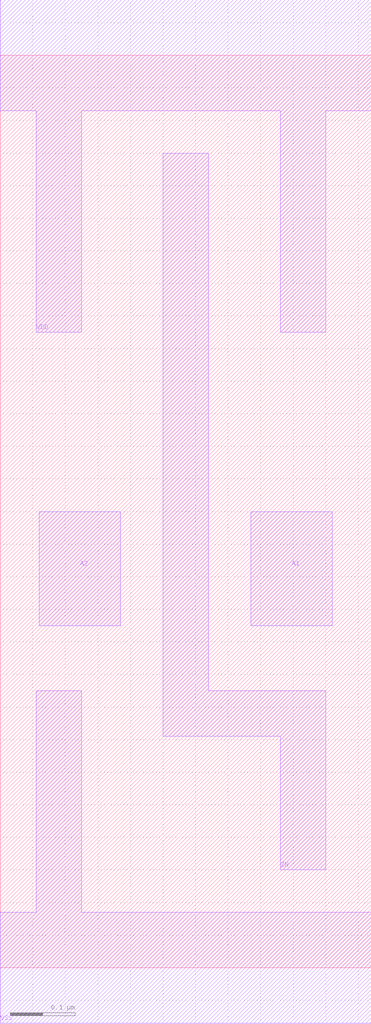
<source format=lef>
# 
# ******************************************************************************
# *                                                                            *
# *                   Copyright (C) 2004-2010, Nangate Inc.                    *
# *                           All rights reserved.                             *
# *                                                                            *
# * Nangate and the Nangate logo are trademarks of Nangate Inc.                *
# *                                                                            *
# * All trademarks, logos, software marks, and trade names (collectively the   *
# * "Marks") in this program are proprietary to Nangate or other respective    *
# * owners that have granted Nangate the right and license to use such Marks.  *
# * You are not permitted to use the Marks without the prior written consent   *
# * of Nangate or such third party that may own the Marks.                     *
# *                                                                            *
# * This file has been provided pursuant to a License Agreement containing     *
# * restrictions on its use. This file contains valuable trade secrets and     *
# * proprietary information of Nangate Inc., and is protected by U.S. and      *
# * international laws and/or treaties.                                        *
# *                                                                            *
# * The copyright notice(s) in this file does not indicate actual or intended  *
# * publication of this file.                                                  *
# *                                                                            *
# *     NGLibraryCreator, v2010.08-HR32-SP3-2010-08-05 - build 1009061800      *
# *                                                                            *
# ******************************************************************************
# 
# 
# Running on brazil06.nangate.com.br for user Giancarlo Franciscatto (gfr).
# Local time is now Fri, 3 Dec 2010, 19:32:18.
# Main process id is 27821.

VERSION 5.6 ;
BUSBITCHARS "[]" ;
DIVIDERCHAR "/" ;

MACRO NAND2_X1
  CLASS core ;
  FOREIGN NAND2_X1 0.0 0.0 ;
  ORIGIN 0 0 ;
  SYMMETRY X Y ;
  SITE FreePDK45_38x28_10R_NP_162NW_34O ;
  SIZE 0.57 BY 1.4 ;
  PIN A1
    DIRECTION INPUT ;
    ANTENNAPARTIALMETALAREA 0.021875 LAYER metal1 ;
    ANTENNAPARTIALMETALSIDEAREA 0.078 LAYER metal1 ;
    ANTENNAGATEAREA 0.05225 ;
    PORT
      LAYER metal1 ;
        POLYGON 0.385 0.525 0.51 0.525 0.51 0.7 0.385 0.7  ;
    END
  END A1
  PIN A2
    DIRECTION INPUT ;
    ANTENNAPARTIALMETALAREA 0.021875 LAYER metal1 ;
    ANTENNAPARTIALMETALSIDEAREA 0.078 LAYER metal1 ;
    ANTENNAGATEAREA 0.05225 ;
    PORT
      LAYER metal1 ;
        POLYGON 0.06 0.525 0.185 0.525 0.185 0.7 0.06 0.7  ;
    END
  END A2
  PIN ZN
    DIRECTION OUTPUT ;
    ANTENNAPARTIALMETALAREA 0.0896 LAYER metal1 ;
    ANTENNAPARTIALMETALSIDEAREA 0.351 LAYER metal1 ;
    ANTENNADIFFAREA 0.131775 ;
    PORT
      LAYER metal1 ;
        POLYGON 0.25 0.355 0.43 0.355 0.43 0.15 0.5 0.15 0.5 0.425 0.32 0.425 0.32 1.25 0.25 1.25  ;
    END
  END ZN
  PIN VDD
    DIRECTION INOUT ;
    USE power ;
    SHAPE ABUTMENT ;
    PORT
      LAYER metal1 ;
        POLYGON 0 1.315 0.055 1.315 0.055 0.975 0.125 0.975 0.125 1.315 0.43 1.315 0.43 0.975 0.5 0.975 0.5 1.315 0.57 1.315 0.57 1.485 0 1.485  ;
    END
  END VDD
  PIN VSS
    DIRECTION INOUT ;
    USE ground ;
    SHAPE ABUTMENT ;
    PORT
      LAYER metal1 ;
        POLYGON 0 -0.085 0.57 -0.085 0.57 0.085 0.125 0.085 0.125 0.425 0.055 0.425 0.055 0.085 0 0.085  ;
    END
  END VSS
END NAND2_X1

END LIBRARY
#
# End of file
#

</source>
